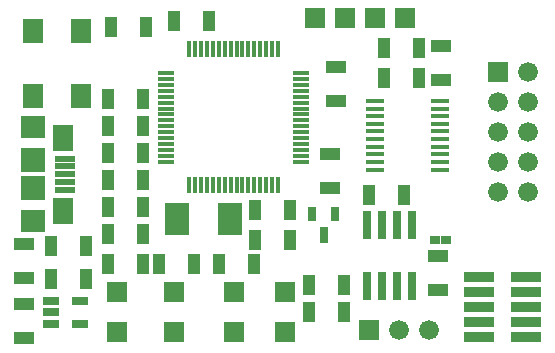
<source format=gts>
%FSLAX23Y23*%
%MOIN*%
G04 EasyPC Gerber Version 17.0 Build 3379 *
%ADD85R,0.01781X0.05324*%
%ADD96R,0.02600X0.04600*%
%ADD97R,0.02600X0.05600*%
%ADD95R,0.02962X0.09261*%
%ADD86R,0.05324X0.01781*%
%ADD99R,0.06000X0.01800*%
%ADD90R,0.07100X0.02175*%
%ADD94R,0.05600X0.02800*%
%ADD98R,0.03169X0.02962*%
%ADD83R,0.04143X0.06899*%
%ADD101R,0.10443X0.03553*%
%ADD84R,0.06899X0.04143*%
%ADD89R,0.06899X0.08868*%
%ADD102R,0.08080X0.10600*%
%ADD92R,0.06600X0.06600*%
%ADD91R,0.06900X0.06900*%
%ADD88R,0.08080X0.08080*%
%ADD87R,0.08080X0.07687*%
%ADD93C,0.06600*%
%ADD100R,0.06899X0.08474*%
X0Y0D02*
D02*
D83*
X2752Y295D03*
X2752Y405D03*
X2866Y295D03*
X2866Y405D03*
X2942Y345D03*
Y535D03*
Y625D03*
Y715D03*
Y805D03*
X2942Y445D03*
Y895D03*
X2952Y1135D03*
X3056Y345D03*
Y535D03*
Y625D03*
Y715D03*
Y805D03*
X3056Y445D03*
Y895D03*
X3066Y1135D03*
X3112Y345D03*
X3162Y1155D03*
X3226Y345D03*
X3276Y1155D03*
X3312Y345D03*
X3426D03*
X3432Y425D03*
Y525D03*
X3546Y425D03*
Y525D03*
X3612Y275D03*
X3612Y185D03*
X3726Y275D03*
X3726Y185D03*
X3812Y575D03*
X3862Y965D03*
Y1065D03*
X3926Y575D03*
X3976Y965D03*
Y1065D03*
D02*
D84*
X2659Y98D03*
Y212D03*
Y298D03*
Y412D03*
X3679Y598D03*
Y712D03*
X3699Y888D03*
Y1002D03*
X4039Y258D03*
Y372D03*
X4049Y958D03*
Y1072D03*
D02*
D85*
X3211Y609D03*
Y1061D03*
X3231Y609D03*
Y1061D03*
X3251Y609D03*
Y1061D03*
X3270Y609D03*
Y1061D03*
X3290Y609D03*
Y1061D03*
X3310Y609D03*
Y1061D03*
X3329Y609D03*
Y1061D03*
X3349Y609D03*
Y1061D03*
X3369Y609D03*
Y1061D03*
X3388Y609D03*
Y1061D03*
X3408Y609D03*
Y1061D03*
X3428Y609D03*
Y1061D03*
X3448Y609D03*
Y1061D03*
X3467Y609D03*
Y1061D03*
X3487Y609D03*
Y1061D03*
X3507Y609D03*
Y1061D03*
D02*
D86*
X3133Y687D03*
Y707D03*
Y727D03*
Y746D03*
Y766D03*
Y786D03*
Y805D03*
Y825D03*
Y845D03*
Y864D03*
Y884D03*
Y904D03*
Y924D03*
Y943D03*
Y963D03*
Y983D03*
X3585Y687D03*
Y707D03*
Y727D03*
Y746D03*
Y766D03*
Y786D03*
Y805D03*
Y825D03*
Y845D03*
Y864D03*
Y884D03*
Y904D03*
Y924D03*
Y943D03*
Y963D03*
Y983D03*
D02*
D87*
X2689Y488D03*
Y802D03*
D02*
D88*
Y598D03*
Y692D03*
D02*
D89*
X2791Y523D03*
Y767D03*
D02*
D90*
X2796Y594D03*
Y619D03*
Y645D03*
Y671D03*
Y696D03*
D02*
D91*
X2969Y118D03*
Y252D03*
X3159Y118D03*
Y252D03*
X3359Y118D03*
Y252D03*
X3529Y118D03*
Y252D03*
D02*
D92*
X3629Y1165D03*
X3729D03*
X3809Y125D03*
X3829Y1165D03*
X3929D03*
X4239Y985D03*
D02*
D93*
X3909Y125D03*
X4009D03*
X4239Y585D03*
Y685D03*
Y785D03*
Y885D03*
X4339Y585D03*
Y685D03*
Y785D03*
Y885D03*
Y985D03*
D02*
D94*
X2751Y147D03*
Y185D03*
Y222D03*
X2847Y147D03*
Y222D03*
D02*
D95*
X3804Y273D03*
Y477D03*
X3854Y273D03*
Y477D03*
X3904Y273D03*
Y477D03*
X3954Y273D03*
Y477D03*
D02*
D96*
X3621Y512D03*
X3696D03*
D02*
D97*
X3659Y442D03*
D02*
D98*
X4032Y425D03*
X4066D03*
D02*
D99*
X3830Y660D03*
Y685D03*
Y711D03*
Y737D03*
Y762D03*
Y788D03*
Y813D03*
Y839D03*
Y864D03*
Y890D03*
X4048Y660D03*
Y685D03*
Y711D03*
Y737D03*
Y762D03*
Y788D03*
Y813D03*
Y839D03*
Y864D03*
Y890D03*
D02*
D100*
X2689Y907D03*
Y1123D03*
X2849Y907D03*
Y1123D03*
D02*
D101*
X4177Y104D03*
Y154D03*
Y204D03*
Y254D03*
Y304D03*
X4334Y104D03*
Y154D03*
Y204D03*
Y254D03*
Y304D03*
D02*
D102*
X3172Y495D03*
X3346D03*
X0Y0D02*
M02*

</source>
